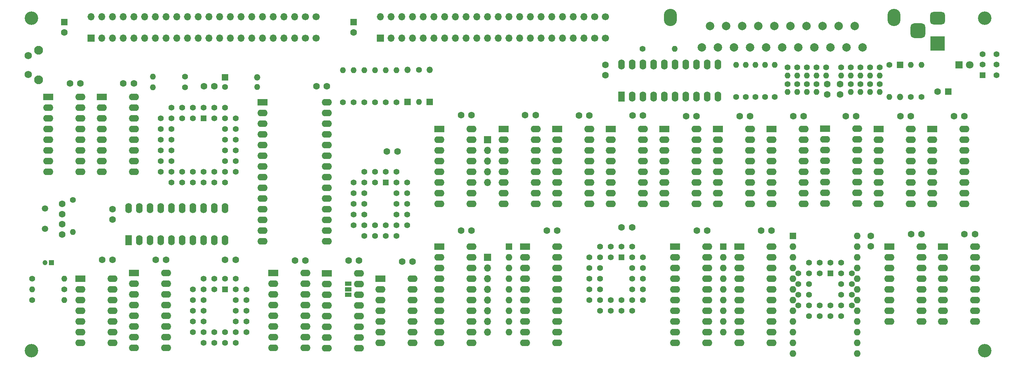
<source format=gbr>
%TF.GenerationSoftware,KiCad,Pcbnew,7.0.9*%
%TF.CreationDate,2023-12-14T15:38:49+00:00*%
%TF.ProjectId,v1a,7631612e-6b69-4636-9164-5f7063625858,rev?*%
%TF.SameCoordinates,Original*%
%TF.FileFunction,Soldermask,Bot*%
%TF.FilePolarity,Negative*%
%FSLAX46Y46*%
G04 Gerber Fmt 4.6, Leading zero omitted, Abs format (unit mm)*
G04 Created by KiCad (PCBNEW 7.0.9) date 2023-12-14 15:38:49*
%MOMM*%
%LPD*%
G01*
G04 APERTURE LIST*
G04 Aperture macros list*
%AMRoundRect*
0 Rectangle with rounded corners*
0 $1 Rounding radius*
0 $2 $3 $4 $5 $6 $7 $8 $9 X,Y pos of 4 corners*
0 Add a 4 corners polygon primitive as box body*
4,1,4,$2,$3,$4,$5,$6,$7,$8,$9,$2,$3,0*
0 Add four circle primitives for the rounded corners*
1,1,$1+$1,$2,$3*
1,1,$1+$1,$4,$5*
1,1,$1+$1,$6,$7*
1,1,$1+$1,$8,$9*
0 Add four rect primitives between the rounded corners*
20,1,$1+$1,$2,$3,$4,$5,0*
20,1,$1+$1,$4,$5,$6,$7,0*
20,1,$1+$1,$6,$7,$8,$9,0*
20,1,$1+$1,$8,$9,$2,$3,0*%
G04 Aperture macros list end*
%ADD10C,1.400000*%
%ADD11O,1.400000X1.400000*%
%ADD12R,2.400000X1.600000*%
%ADD13O,2.400000X1.600000*%
%ADD14C,3.200000*%
%ADD15C,1.600000*%
%ADD16R,1.422400X1.422400*%
%ADD17C,1.422400*%
%ADD18O,3.100000X4.100000*%
%ADD19C,1.998980*%
%ADD20R,1.400000X1.400000*%
%ADD21R,1.700000X1.700000*%
%ADD22O,1.700000X1.700000*%
%ADD23C,1.500000*%
%ADD24C,1.700000*%
%ADD25R,3.500000X3.500000*%
%ADD26RoundRect,0.750000X-1.000000X0.750000X-1.000000X-0.750000X1.000000X-0.750000X1.000000X0.750000X0*%
%ADD27RoundRect,0.875000X-0.875000X0.875000X-0.875000X-0.875000X0.875000X-0.875000X0.875000X0.875000X0*%
%ADD28R,1.600000X1.600000*%
%ADD29O,1.600000X1.600000*%
%ADD30R,1.500000X1.500000*%
%ADD31O,1.500000X1.500000*%
%ADD32R,1.800000X1.800000*%
%ADD33C,1.800000*%
%ADD34R,1.600000X2.400000*%
%ADD35O,1.600000X2.400000*%
%ADD36C,2.100000*%
%ADD37C,1.750000*%
%ADD38R,1.200000X1.200000*%
%ADD39C,1.200000*%
%ADD40R,1.500000X1.000000*%
G04 APERTURE END LIST*
D10*
%TO.C,R3*%
X65405000Y-87884000D03*
D11*
X57785000Y-87884000D03*
%TD*%
D10*
%TO.C,R26*%
X215138000Y-85725000D03*
D11*
X215138000Y-87625000D03*
%TD*%
D12*
%TO.C,U9*%
X181610000Y-128270000D03*
D13*
X181610000Y-130810000D03*
X181610000Y-133350000D03*
X181610000Y-135890000D03*
X181610000Y-138430000D03*
X181610000Y-140970000D03*
X181610000Y-143510000D03*
X181610000Y-146050000D03*
X181610000Y-148590000D03*
X181610000Y-151130000D03*
X189230000Y-151130000D03*
X189230000Y-148590000D03*
X189230000Y-146050000D03*
X189230000Y-143510000D03*
X189230000Y-140970000D03*
X189230000Y-138430000D03*
X189230000Y-135890000D03*
X189230000Y-133350000D03*
X189230000Y-130810000D03*
X189230000Y-128270000D03*
%TD*%
D10*
%TO.C,R8*%
X102870000Y-93980000D03*
D11*
X102870000Y-86360000D03*
%TD*%
D10*
%TO.C,R22*%
X215138000Y-89662000D03*
D11*
X215138000Y-91562000D03*
%TD*%
D14*
%TO.C,H2*%
X29000000Y-153000000D03*
%TD*%
D12*
%TO.C,U28*%
X83820000Y-93980000D03*
D13*
X83820000Y-96520000D03*
X83820000Y-99060000D03*
X83820000Y-101600000D03*
X83820000Y-104140000D03*
X83820000Y-106680000D03*
X83820000Y-109220000D03*
X83820000Y-111760000D03*
X83820000Y-114300000D03*
X83820000Y-116840000D03*
X83820000Y-119380000D03*
X83820000Y-121920000D03*
X83820000Y-124460000D03*
X83820000Y-127000000D03*
X99060000Y-127000000D03*
X99060000Y-124460000D03*
X99060000Y-121920000D03*
X99060000Y-119380000D03*
X99060000Y-116840000D03*
X99060000Y-114300000D03*
X99060000Y-111760000D03*
X99060000Y-109220000D03*
X99060000Y-106680000D03*
X99060000Y-104140000D03*
X99060000Y-101600000D03*
X99060000Y-99060000D03*
X99060000Y-96520000D03*
X99060000Y-93980000D03*
%TD*%
D15*
%TO.C,Cd5*%
X74950000Y-131445000D03*
X77450000Y-131445000D03*
%TD*%
D14*
%TO.C,H4*%
X255000000Y-153000000D03*
%TD*%
D10*
%TO.C,R28*%
X230124000Y-89662000D03*
D11*
X230124000Y-91562000D03*
%TD*%
D12*
%TO.C,U31*%
X146050000Y-128270000D03*
D13*
X146050000Y-130810000D03*
X146050000Y-133350000D03*
X146050000Y-135890000D03*
X146050000Y-138430000D03*
X146050000Y-140970000D03*
X146050000Y-143510000D03*
X146050000Y-146050000D03*
X146050000Y-148590000D03*
X146050000Y-151130000D03*
X153670000Y-151130000D03*
X153670000Y-148590000D03*
X153670000Y-146050000D03*
X153670000Y-143510000D03*
X153670000Y-140970000D03*
X153670000Y-138430000D03*
X153670000Y-135890000D03*
X153670000Y-133350000D03*
X153670000Y-130810000D03*
X153670000Y-128270000D03*
%TD*%
D10*
%TO.C,R15*%
X198374000Y-92710000D03*
D11*
X198374000Y-85090000D03*
%TD*%
D12*
%TO.C,U30*%
X125730000Y-100330000D03*
D13*
X125730000Y-102870000D03*
X125730000Y-105410000D03*
X125730000Y-107950000D03*
X125730000Y-110490000D03*
X125730000Y-113030000D03*
X125730000Y-115570000D03*
X125730000Y-118110000D03*
X133350000Y-118110000D03*
X133350000Y-115570000D03*
X133350000Y-113030000D03*
X133350000Y-110490000D03*
X133350000Y-107950000D03*
X133350000Y-105410000D03*
X133350000Y-102870000D03*
X133350000Y-100330000D03*
%TD*%
D10*
%TO.C,R39*%
X173863000Y-81280000D03*
D11*
X181483000Y-81280000D03*
%TD*%
D15*
%TO.C,C2*%
X36322000Y-118130000D03*
X36322000Y-120630000D03*
%TD*%
%TO.C,Cd31*%
X153670000Y-124454985D03*
X151170000Y-124454985D03*
%TD*%
%TO.C,C4*%
X217678000Y-92162000D03*
X217678000Y-89662000D03*
%TD*%
D10*
%TO.C,R16*%
X200660000Y-92710000D03*
D11*
X200660000Y-85090000D03*
%TD*%
D10*
%TO.C,R37*%
X120878600Y-86334600D03*
D11*
X120878600Y-93954600D03*
%TD*%
D16*
%TO.C,U5*%
X74930000Y-138430000D03*
D17*
X72390000Y-135890000D03*
X72390000Y-138430000D03*
X69850000Y-135890000D03*
X67310000Y-138430000D03*
X69850000Y-138430000D03*
X67310000Y-140970000D03*
X69850000Y-140970000D03*
X67310000Y-143510000D03*
X69850000Y-143510000D03*
X67310000Y-146050000D03*
X69850000Y-146050000D03*
X67310000Y-148590000D03*
X69850000Y-151130000D03*
X69850000Y-148590000D03*
X72390000Y-151130000D03*
X72390000Y-148590000D03*
X74930000Y-151130000D03*
X74930000Y-148590000D03*
X77470000Y-151130000D03*
X80010000Y-148590000D03*
X77470000Y-148590000D03*
X80010000Y-146050000D03*
X77470000Y-146050000D03*
X80010000Y-143510000D03*
X77470000Y-143510000D03*
X80010000Y-140970000D03*
X77470000Y-140970000D03*
X80010000Y-138430000D03*
X77470000Y-135890000D03*
X77470000Y-138430000D03*
X74930000Y-135890000D03*
%TD*%
D10*
%TO.C,R21*%
X212852000Y-89662000D03*
D11*
X212852000Y-91562000D03*
%TD*%
D15*
%TO.C,Cd28*%
X99060000Y-90170000D03*
X96560000Y-90170000D03*
%TD*%
%TO.C,Cd9*%
X189230000Y-124460000D03*
X186730000Y-124460000D03*
%TD*%
D10*
%TO.C,R7*%
X38862000Y-117184000D03*
D11*
X38862000Y-124804000D03*
%TD*%
D12*
%TO.C,U2*%
X40640000Y-135890000D03*
D13*
X40640000Y-138430000D03*
X40640000Y-140970000D03*
X40640000Y-143510000D03*
X40640000Y-146050000D03*
X40640000Y-148590000D03*
X40640000Y-151130000D03*
X48260000Y-151130000D03*
X48260000Y-148590000D03*
X48260000Y-146050000D03*
X48260000Y-143510000D03*
X48260000Y-140970000D03*
X48260000Y-138430000D03*
X48260000Y-135890000D03*
%TD*%
D18*
%TO.C,J4*%
X233509820Y-73860660D03*
X180510180Y-73860660D03*
D19*
X187960000Y-80939640D03*
X189865000Y-75859640D03*
X191770000Y-80939640D03*
X193675000Y-75859640D03*
X195580000Y-80939640D03*
X197485000Y-75859640D03*
X199390000Y-80939640D03*
X201295000Y-75859640D03*
X203200000Y-80939640D03*
X205105000Y-75859640D03*
X207010000Y-80939640D03*
X208915000Y-75859640D03*
X210820000Y-80939640D03*
X212725000Y-75859640D03*
X214630000Y-80939640D03*
X216535000Y-75859640D03*
X218440000Y-80939640D03*
X220345000Y-75859640D03*
X222250000Y-80939640D03*
X224155000Y-75859640D03*
X226060000Y-80939640D03*
%TD*%
D10*
%TO.C,R33*%
X227838000Y-85730000D03*
D11*
X227838000Y-87630000D03*
%TD*%
D10*
%TO.C,R32*%
X230124000Y-85751000D03*
D11*
X230124000Y-87651000D03*
%TD*%
D10*
%TO.C,R1*%
X65405000Y-90424000D03*
D11*
X57785000Y-90424000D03*
%TD*%
D10*
%TO.C,R14*%
X196088000Y-92710000D03*
D11*
X196088000Y-85090000D03*
%TD*%
D12*
%TO.C,U16*%
X232410000Y-128270000D03*
D13*
X232410000Y-130810000D03*
X232410000Y-133350000D03*
X232410000Y-135890000D03*
X232410000Y-138430000D03*
X232410000Y-140970000D03*
X232410000Y-143510000D03*
X232410000Y-146050000D03*
X240030000Y-146050000D03*
X240030000Y-143510000D03*
X240030000Y-140970000D03*
X240030000Y-138430000D03*
X240030000Y-135890000D03*
X240030000Y-133350000D03*
X240030000Y-130810000D03*
X240030000Y-128270000D03*
%TD*%
D10*
%TO.C,R41*%
X240030000Y-92710000D03*
D11*
X240030000Y-85090000D03*
%TD*%
D15*
%TO.C,Cd11*%
X53320000Y-89535000D03*
X50820000Y-89535000D03*
%TD*%
D10*
%TO.C,R25*%
X212852000Y-85730000D03*
D11*
X212852000Y-87630000D03*
%TD*%
D20*
%TO.C,SW2*%
X254510000Y-87548300D03*
D10*
X254510000Y-85048300D03*
X254510000Y-82548300D03*
X257810000Y-87548300D03*
X257810000Y-85048300D03*
X257810000Y-82548300D03*
%TD*%
D21*
%TO.C,J2*%
X137160000Y-130810000D03*
D22*
X137160000Y-133350000D03*
X137160000Y-135890000D03*
X137160000Y-138430000D03*
X137160000Y-140970000D03*
X137160000Y-143510000D03*
X137160000Y-146050000D03*
X137160000Y-148590000D03*
%TD*%
D16*
%TO.C,U8*%
X168910000Y-130810000D03*
D17*
X166370000Y-128270000D03*
X166370000Y-130810000D03*
X163830000Y-128270000D03*
X161290000Y-130810000D03*
X163830000Y-130810000D03*
X161290000Y-133350000D03*
X163830000Y-133350000D03*
X161290000Y-135890000D03*
X163830000Y-135890000D03*
X161290000Y-138430000D03*
X163830000Y-138430000D03*
X161290000Y-140970000D03*
X163830000Y-143510000D03*
X163830000Y-140970000D03*
X166370000Y-143510000D03*
X166370000Y-140970000D03*
X168910000Y-143510000D03*
X168910000Y-140970000D03*
X171450000Y-143510000D03*
X173990000Y-140970000D03*
X171450000Y-140970000D03*
X173990000Y-138430000D03*
X171450000Y-138430000D03*
X173990000Y-135890000D03*
X171450000Y-135890000D03*
X173990000Y-133350000D03*
X171450000Y-133350000D03*
X173990000Y-130810000D03*
X171450000Y-128270000D03*
X171450000Y-130810000D03*
X168910000Y-128270000D03*
%TD*%
D10*
%TO.C,R12*%
X113030000Y-93980000D03*
D11*
X113030000Y-86360000D03*
%TD*%
D15*
%TO.C,Cd8*%
X168910000Y-123698000D03*
X171410000Y-123698000D03*
%TD*%
D23*
%TO.C,Y1*%
X32258000Y-119216000D03*
X32258000Y-124096000D03*
%TD*%
D21*
%TO.C,J6*%
X111760000Y-78740000D03*
D22*
X111760000Y-73660000D03*
X114300000Y-78740000D03*
X114300000Y-73660000D03*
X116840000Y-78740000D03*
X116840000Y-73660000D03*
X119380000Y-78740000D03*
X119380000Y-73660000D03*
X121920000Y-78740000D03*
X121920000Y-73660000D03*
X124460000Y-78740000D03*
X124460000Y-73660000D03*
X127000000Y-78740000D03*
X127000000Y-73660000D03*
X129540000Y-78740000D03*
X129540000Y-73660000D03*
X132080000Y-78740000D03*
X132080000Y-73660000D03*
X134620000Y-78740000D03*
X134620000Y-73660000D03*
X137160000Y-78740000D03*
X137160000Y-73660000D03*
X139700000Y-78740000D03*
X139700000Y-73660000D03*
X142240000Y-78740000D03*
X142240000Y-73660000D03*
X144780000Y-78740000D03*
X144780000Y-73660000D03*
X147320000Y-78740000D03*
X147320000Y-73660000D03*
X149860000Y-78740000D03*
X149860000Y-73660000D03*
X152400000Y-78740000D03*
X152400000Y-73660000D03*
X154940000Y-78740000D03*
X154940000Y-73660000D03*
X157480000Y-78740000D03*
X157480000Y-73660000D03*
X160020000Y-78740000D03*
X160020000Y-73660000D03*
D24*
X162560000Y-78740000D03*
X162560000Y-73660000D03*
X165100000Y-78740000D03*
X165100000Y-73660000D03*
%TD*%
D14*
%TO.C,H3*%
X255000000Y-74000000D03*
%TD*%
D25*
%TO.C,J3*%
X243840000Y-80010000D03*
D26*
X243840000Y-74010000D03*
D27*
X239140000Y-77010000D03*
%TD*%
D16*
%TO.C,U29*%
X113030000Y-113030000D03*
D17*
X110490000Y-110490000D03*
X110490000Y-113030000D03*
X107950000Y-110490000D03*
X105410000Y-113030000D03*
X107950000Y-113030000D03*
X105410000Y-115570000D03*
X107950000Y-115570000D03*
X105410000Y-118110000D03*
X107950000Y-118110000D03*
X105410000Y-120650000D03*
X107950000Y-120650000D03*
X105410000Y-123190000D03*
X107950000Y-125730000D03*
X107950000Y-123190000D03*
X110490000Y-125730000D03*
X110490000Y-123190000D03*
X113030000Y-125730000D03*
X113030000Y-123190000D03*
X115570000Y-125730000D03*
X118110000Y-123190000D03*
X115570000Y-123190000D03*
X118110000Y-120650000D03*
X115570000Y-120650000D03*
X118110000Y-118110000D03*
X115570000Y-118110000D03*
X118110000Y-115570000D03*
X115570000Y-115570000D03*
X118110000Y-113030000D03*
X115570000Y-110490000D03*
X115570000Y-113030000D03*
X113030000Y-110490000D03*
%TD*%
D12*
%TO.C,U32*%
X125730000Y-128270000D03*
D13*
X125730000Y-130810000D03*
X125730000Y-133350000D03*
X125730000Y-135890000D03*
X125730000Y-138430000D03*
X125730000Y-140970000D03*
X125730000Y-143510000D03*
X125730000Y-146050000D03*
X125730000Y-148590000D03*
X125730000Y-151130000D03*
X133350000Y-151130000D03*
X133350000Y-148590000D03*
X133350000Y-146050000D03*
X133350000Y-143510000D03*
X133350000Y-140970000D03*
X133350000Y-138430000D03*
X133350000Y-135890000D03*
X133350000Y-133350000D03*
X133350000Y-130810000D03*
X133350000Y-128270000D03*
%TD*%
D15*
%TO.C,Cd14*%
X173990000Y-97155000D03*
X171490000Y-97155000D03*
%TD*%
%TO.C,C3*%
X36322000Y-125436000D03*
X36322000Y-122936000D03*
%TD*%
D28*
%TO.C,RN2*%
X142240000Y-128270000D03*
D29*
X142240000Y-130810000D03*
X142240000Y-133350000D03*
X142240000Y-135890000D03*
X142240000Y-138430000D03*
X142240000Y-140970000D03*
X142240000Y-143510000D03*
X142240000Y-146050000D03*
X142240000Y-148590000D03*
%TD*%
D30*
%TO.C,D1*%
X74920000Y-88070000D03*
D31*
X82540000Y-88070000D03*
%TD*%
D15*
%TO.C,Cd22*%
X212090000Y-97282000D03*
X209590000Y-97282000D03*
%TD*%
D12*
%TO.C,U19*%
X179070000Y-100330000D03*
D13*
X179070000Y-102870000D03*
X179070000Y-105410000D03*
X179070000Y-107950000D03*
X179070000Y-110490000D03*
X179070000Y-113030000D03*
X179070000Y-115570000D03*
X179070000Y-118110000D03*
X186690000Y-118110000D03*
X186690000Y-115570000D03*
X186690000Y-113030000D03*
X186690000Y-110490000D03*
X186690000Y-107950000D03*
X186690000Y-105410000D03*
X186690000Y-102870000D03*
X186690000Y-100330000D03*
%TD*%
D15*
%TO.C,Cd15*%
X165100000Y-85090000D03*
X165100000Y-87590000D03*
%TD*%
D12*
%TO.C,U11*%
X33020000Y-92710000D03*
D13*
X33020000Y-95250000D03*
X33020000Y-97790000D03*
X33020000Y-100330000D03*
X33020000Y-102870000D03*
X33020000Y-105410000D03*
X33020000Y-107950000D03*
X33020000Y-110490000D03*
X40640000Y-110490000D03*
X40640000Y-107950000D03*
X40640000Y-105410000D03*
X40640000Y-102870000D03*
X40640000Y-100330000D03*
X40640000Y-97790000D03*
X40640000Y-95250000D03*
X40640000Y-92710000D03*
%TD*%
D32*
%TO.C,D3*%
X248920000Y-85090000D03*
D33*
X251460000Y-85090000D03*
%TD*%
D10*
%TO.C,R6*%
X29210000Y-135890000D03*
D11*
X36830000Y-135890000D03*
%TD*%
D28*
%TO.C,C6*%
X246340000Y-91440000D03*
D15*
X243840000Y-91440000D03*
%TD*%
D34*
%TO.C,U6*%
X52075000Y-126741015D03*
D35*
X54615000Y-126741015D03*
X57155000Y-126741015D03*
X59695000Y-126741015D03*
X62235000Y-126741015D03*
X64775000Y-126741015D03*
X67315000Y-126741015D03*
X69855000Y-126741015D03*
X72395000Y-126741015D03*
X74935000Y-126741015D03*
X74935000Y-119121015D03*
X72395000Y-119121015D03*
X69855000Y-119121015D03*
X67315000Y-119121015D03*
X64775000Y-119121015D03*
X62235000Y-119121015D03*
X59695000Y-119121015D03*
X57155000Y-119121015D03*
X54615000Y-119121015D03*
X52075000Y-119121015D03*
%TD*%
D28*
%TO.C,C8*%
X105410000Y-74930000D03*
D15*
X105410000Y-77430000D03*
%TD*%
D12*
%TO.C,U17*%
X245110000Y-128270000D03*
D13*
X245110000Y-130810000D03*
X245110000Y-133350000D03*
X245110000Y-135890000D03*
X245110000Y-138430000D03*
X245110000Y-140970000D03*
X245110000Y-143510000D03*
X245110000Y-146050000D03*
X252730000Y-146050000D03*
X252730000Y-143510000D03*
X252730000Y-140970000D03*
X252730000Y-138430000D03*
X252730000Y-135890000D03*
X252730000Y-133350000D03*
X252730000Y-130810000D03*
X252730000Y-128270000D03*
%TD*%
D12*
%TO.C,U7*%
X99070000Y-134620000D03*
D13*
X99070000Y-137160000D03*
X99070000Y-139700000D03*
X99070000Y-142240000D03*
X99070000Y-144780000D03*
X99070000Y-147320000D03*
X99070000Y-149860000D03*
X99070000Y-152400000D03*
X106690000Y-152400000D03*
X106690000Y-149860000D03*
X106690000Y-147320000D03*
X106690000Y-144780000D03*
X106690000Y-142240000D03*
X106690000Y-139700000D03*
X106690000Y-137160000D03*
X106690000Y-134620000D03*
%TD*%
D15*
%TO.C,Cd4*%
X93980000Y-131572000D03*
X91480000Y-131572000D03*
%TD*%
D10*
%TO.C,R29*%
X227838000Y-89662600D03*
D11*
X227838000Y-91562600D03*
%TD*%
D15*
%TO.C,Cd2*%
X48260000Y-131445000D03*
X45760000Y-131445000D03*
%TD*%
D10*
%TO.C,R9*%
X105410000Y-93980000D03*
D11*
X105410000Y-86360000D03*
%TD*%
D30*
%TO.C,D2*%
X234950000Y-85090000D03*
D31*
X234950000Y-92710000D03*
%TD*%
D15*
%TO.C,Cd32*%
X133350000Y-124454985D03*
X130850000Y-124454985D03*
%TD*%
%TO.C,Cd17*%
X252700000Y-125349000D03*
X250200000Y-125349000D03*
%TD*%
D10*
%TO.C,R2*%
X74920000Y-90356000D03*
D11*
X82540000Y-90356000D03*
%TD*%
D28*
%TO.C,U20*%
X209540000Y-125730000D03*
D29*
X209540000Y-128270000D03*
X209540000Y-130810000D03*
X209540000Y-133350000D03*
X209540000Y-135890000D03*
X209540000Y-138430000D03*
X209540000Y-140970000D03*
X209540000Y-143510000D03*
X209540000Y-146050000D03*
X209540000Y-148590000D03*
X209540000Y-151130000D03*
X209540000Y-153670000D03*
X224780000Y-153670000D03*
X224780000Y-151130000D03*
X224780000Y-148590000D03*
X224780000Y-146050000D03*
X224780000Y-143510000D03*
X224780000Y-140970000D03*
X224780000Y-138430000D03*
X224780000Y-135890000D03*
X224780000Y-133350000D03*
X224780000Y-130810000D03*
X224780000Y-128270000D03*
X224780000Y-125730000D03*
%TD*%
D15*
%TO.C,Cd19*%
X186690000Y-97282000D03*
X184190000Y-97282000D03*
%TD*%
D12*
%TO.C,U4*%
X86370000Y-134610000D03*
D13*
X86370000Y-137150000D03*
X86370000Y-139690000D03*
X86370000Y-142230000D03*
X86370000Y-144770000D03*
X86370000Y-147310000D03*
X86370000Y-149850000D03*
X86370000Y-152390000D03*
X93990000Y-152390000D03*
X93990000Y-149850000D03*
X93990000Y-147310000D03*
X93990000Y-144770000D03*
X93990000Y-142230000D03*
X93990000Y-139690000D03*
X93990000Y-137150000D03*
X93990000Y-134610000D03*
%TD*%
D21*
%TO.C,J1*%
X137160000Y-102870000D03*
D22*
X137160000Y-105410000D03*
X137160000Y-107950000D03*
X137160000Y-110490000D03*
X137160000Y-113030000D03*
%TD*%
D15*
%TO.C,Cd27*%
X148550000Y-97028000D03*
X146050000Y-97028000D03*
%TD*%
%TO.C,Cd26*%
X119380000Y-131826000D03*
X116880000Y-131826000D03*
%TD*%
D12*
%TO.C,U12*%
X196850000Y-128270000D03*
D13*
X196850000Y-130810000D03*
X196850000Y-133350000D03*
X196850000Y-135890000D03*
X196850000Y-138430000D03*
X196850000Y-140970000D03*
X196850000Y-143510000D03*
X196850000Y-146050000D03*
X196850000Y-148590000D03*
X196850000Y-151130000D03*
X204470000Y-151130000D03*
X204470000Y-148590000D03*
X204470000Y-146050000D03*
X204470000Y-143510000D03*
X204470000Y-140970000D03*
X204470000Y-138430000D03*
X204470000Y-135890000D03*
X204470000Y-133350000D03*
X204470000Y-130810000D03*
X204470000Y-128270000D03*
%TD*%
D12*
%TO.C,U27*%
X140970000Y-100330000D03*
D13*
X140970000Y-102870000D03*
X140970000Y-105410000D03*
X140970000Y-107950000D03*
X140970000Y-110490000D03*
X140970000Y-113030000D03*
X140970000Y-115570000D03*
X140970000Y-118110000D03*
X148590000Y-118110000D03*
X148590000Y-115570000D03*
X148590000Y-113030000D03*
X148590000Y-110490000D03*
X148590000Y-107950000D03*
X148590000Y-105410000D03*
X148590000Y-102870000D03*
X148590000Y-100330000D03*
%TD*%
D28*
%TO.C,C7*%
X36830000Y-74930000D03*
D15*
X36830000Y-77430000D03*
%TD*%
D10*
%TO.C,R19*%
X208280000Y-89662000D03*
D11*
X208280000Y-91562000D03*
%TD*%
D15*
%TO.C,Cd25*%
X250190000Y-97282000D03*
X247690000Y-97282000D03*
%TD*%
%TO.C,C5*%
X220726000Y-92162000D03*
X220726000Y-89662000D03*
%TD*%
D10*
%TO.C,R38*%
X237490000Y-92710000D03*
D11*
X237490000Y-85090000D03*
%TD*%
D15*
%TO.C,Cd16*%
X240040000Y-125349000D03*
X237540000Y-125349000D03*
%TD*%
D10*
%TO.C,R27*%
X217424000Y-85730000D03*
D11*
X217424000Y-87630000D03*
%TD*%
D36*
%TO.C,SW1*%
X30716100Y-88665800D03*
X30716100Y-81655800D03*
D37*
X28226100Y-87415800D03*
X28226100Y-82915800D03*
%TD*%
D15*
%TO.C,Cd30*%
X133350000Y-97028000D03*
X130850000Y-97028000D03*
%TD*%
D12*
%TO.C,U26*%
X111760000Y-135890000D03*
D13*
X111760000Y-138430000D03*
X111760000Y-140970000D03*
X111760000Y-143510000D03*
X111760000Y-146050000D03*
X111760000Y-148590000D03*
X111760000Y-151130000D03*
X119380000Y-151130000D03*
X119380000Y-148590000D03*
X119380000Y-146050000D03*
X119380000Y-143510000D03*
X119380000Y-140970000D03*
X119380000Y-138430000D03*
X119380000Y-135890000D03*
%TD*%
D30*
%TO.C,D4*%
X118211600Y-93954600D03*
D31*
X118211600Y-86334600D03*
%TD*%
D10*
%TO.C,R11*%
X110490000Y-93980000D03*
D11*
X110490000Y-86360000D03*
%TD*%
D15*
%TO.C,Cd18*%
X199390000Y-97282000D03*
X196890000Y-97282000D03*
%TD*%
D12*
%TO.C,U3*%
X53350000Y-134610000D03*
D13*
X53350000Y-137150000D03*
X53350000Y-139690000D03*
X53350000Y-142230000D03*
X53350000Y-144770000D03*
X53350000Y-147310000D03*
X53350000Y-149850000D03*
X53350000Y-152390000D03*
X60970000Y-152390000D03*
X60970000Y-149850000D03*
X60970000Y-147310000D03*
X60970000Y-144770000D03*
X60970000Y-142230000D03*
X60970000Y-139690000D03*
X60970000Y-137150000D03*
X60970000Y-134610000D03*
%TD*%
D12*
%TO.C,U14*%
X166370000Y-100330000D03*
D13*
X166370000Y-102870000D03*
X166370000Y-105410000D03*
X166370000Y-107950000D03*
X166370000Y-110490000D03*
X166370000Y-113030000D03*
X166370000Y-115570000D03*
X166370000Y-118110000D03*
X173990000Y-118110000D03*
X173990000Y-115570000D03*
X173990000Y-113030000D03*
X173990000Y-110490000D03*
X173990000Y-107950000D03*
X173990000Y-105410000D03*
X173990000Y-102870000D03*
X173990000Y-100330000D03*
%TD*%
D14*
%TO.C,H1*%
X29000000Y-74000000D03*
%TD*%
D38*
%TO.C,C1*%
X33742600Y-132080000D03*
D39*
X32242600Y-132080000D03*
%TD*%
D15*
%TO.C,Cd12*%
X204470000Y-124460000D03*
X201970000Y-124460000D03*
%TD*%
D30*
%TO.C,D5*%
X123444000Y-93954600D03*
D31*
X123444000Y-86334600D03*
%TD*%
D15*
%TO.C,Cd7*%
X106680000Y-131572000D03*
X104180000Y-131572000D03*
%TD*%
%TO.C,Cd24*%
X237490000Y-97282000D03*
X234990000Y-97282000D03*
%TD*%
%TO.C,Cd13*%
X161290000Y-97155000D03*
X158790000Y-97155000D03*
%TD*%
%TO.C,Cd6*%
X48260000Y-119380000D03*
X48260000Y-121880000D03*
%TD*%
D10*
%TO.C,R20*%
X210566000Y-89662000D03*
D11*
X210566000Y-91562000D03*
%TD*%
D10*
%TO.C,R18*%
X205232000Y-92710000D03*
D11*
X205232000Y-85090000D03*
%TD*%
D15*
%TO.C,Cd3*%
X60960000Y-131445000D03*
X58460000Y-131445000D03*
%TD*%
D12*
%TO.C,U13*%
X153670000Y-100330000D03*
D13*
X153670000Y-102870000D03*
X153670000Y-105410000D03*
X153670000Y-107950000D03*
X153670000Y-110490000D03*
X153670000Y-113030000D03*
X153670000Y-115570000D03*
X153670000Y-118110000D03*
X161290000Y-118110000D03*
X161290000Y-115570000D03*
X161290000Y-113030000D03*
X161290000Y-110490000D03*
X161290000Y-107950000D03*
X161290000Y-105410000D03*
X161290000Y-102870000D03*
X161290000Y-100330000D03*
%TD*%
D12*
%TO.C,U23*%
X217170000Y-100320000D03*
D13*
X217170000Y-102860000D03*
X217170000Y-105400000D03*
X217170000Y-107940000D03*
X217170000Y-110480000D03*
X217170000Y-113020000D03*
X217170000Y-115560000D03*
X217170000Y-118100000D03*
X224790000Y-118100000D03*
X224790000Y-115560000D03*
X224790000Y-113020000D03*
X224790000Y-110480000D03*
X224790000Y-107940000D03*
X224790000Y-105400000D03*
X224790000Y-102860000D03*
X224790000Y-100320000D03*
%TD*%
D15*
%TO.C,Cd23*%
X224536000Y-97282000D03*
X222036000Y-97282000D03*
%TD*%
%TO.C,Cd1*%
X72390000Y-90170000D03*
X69890000Y-90170000D03*
%TD*%
D10*
%TO.C,R34*%
X225552000Y-85730000D03*
D11*
X225552000Y-87630000D03*
%TD*%
D15*
%TO.C,Cd29*%
X113284000Y-105664000D03*
X115784000Y-105664000D03*
%TD*%
D16*
%TO.C,U21*%
X218440000Y-134620000D03*
D17*
X215900000Y-132080000D03*
X215900000Y-134620000D03*
X213360000Y-132080000D03*
X210820000Y-134620000D03*
X213360000Y-134620000D03*
X210820000Y-137160000D03*
X213360000Y-137160000D03*
X210820000Y-139700000D03*
X213360000Y-139700000D03*
X210820000Y-142240000D03*
X213360000Y-144780000D03*
X213360000Y-142240000D03*
X215900000Y-144780000D03*
X215900000Y-142240000D03*
X218440000Y-144780000D03*
X218440000Y-142240000D03*
X220980000Y-144780000D03*
X223520000Y-142240000D03*
X220980000Y-142240000D03*
X223520000Y-139700000D03*
X220980000Y-139700000D03*
X223520000Y-137160000D03*
X220980000Y-137160000D03*
X223520000Y-134620000D03*
X220980000Y-132080000D03*
X220980000Y-134620000D03*
X218440000Y-132080000D03*
%TD*%
D12*
%TO.C,U18*%
X191780000Y-100340000D03*
D13*
X191780000Y-102880000D03*
X191780000Y-105420000D03*
X191780000Y-107960000D03*
X191780000Y-110500000D03*
X191780000Y-113040000D03*
X191780000Y-115580000D03*
X191780000Y-118120000D03*
X199400000Y-118120000D03*
X199400000Y-115580000D03*
X199400000Y-113040000D03*
X199400000Y-110500000D03*
X199400000Y-107960000D03*
X199400000Y-105420000D03*
X199400000Y-102880000D03*
X199400000Y-100340000D03*
%TD*%
D12*
%TO.C,U25*%
X242570000Y-100330000D03*
D13*
X242570000Y-102870000D03*
X242570000Y-105410000D03*
X242570000Y-107950000D03*
X242570000Y-110490000D03*
X242570000Y-113030000D03*
X242570000Y-115570000D03*
X242570000Y-118110000D03*
X250190000Y-118110000D03*
X250190000Y-115570000D03*
X250190000Y-113030000D03*
X250190000Y-110490000D03*
X250190000Y-107950000D03*
X250190000Y-105410000D03*
X250190000Y-102870000D03*
X250190000Y-100330000D03*
%TD*%
D10*
%TO.C,R24*%
X210566000Y-85730000D03*
D11*
X210566000Y-87630000D03*
%TD*%
D10*
%TO.C,R30*%
X225552000Y-89662600D03*
D11*
X225552000Y-91562600D03*
%TD*%
D10*
%TO.C,R40*%
X232410000Y-85090000D03*
D11*
X232410000Y-92710000D03*
%TD*%
D21*
%TO.C,J5*%
X43180000Y-78740000D03*
D22*
X43180000Y-73660000D03*
X45720000Y-78740000D03*
X45720000Y-73660000D03*
X48260000Y-78740000D03*
X48260000Y-73660000D03*
X50800000Y-78740000D03*
X50800000Y-73660000D03*
X53340000Y-78740000D03*
X53340000Y-73660000D03*
X55880000Y-78740000D03*
X55880000Y-73660000D03*
X58420000Y-78740000D03*
X58420000Y-73660000D03*
X60960000Y-78740000D03*
X60960000Y-73660000D03*
X63500000Y-78740000D03*
X63500000Y-73660000D03*
X66040000Y-78740000D03*
X66040000Y-73660000D03*
X68580000Y-78740000D03*
X68580000Y-73660000D03*
X71120000Y-78740000D03*
X71120000Y-73660000D03*
X73660000Y-78740000D03*
X73660000Y-73660000D03*
X76200000Y-78740000D03*
X76200000Y-73660000D03*
X78740000Y-78740000D03*
X78740000Y-73660000D03*
X81280000Y-78740000D03*
X81280000Y-73660000D03*
X83820000Y-78740000D03*
X83820000Y-73660000D03*
X86360000Y-78740000D03*
X86360000Y-73660000D03*
X88900000Y-78740000D03*
X88900000Y-73660000D03*
X91440000Y-78740000D03*
X91440000Y-73660000D03*
D24*
X93980000Y-78740000D03*
X93980000Y-73660000D03*
X96520000Y-78740000D03*
X96520000Y-73660000D03*
%TD*%
D10*
%TO.C,R10*%
X107950000Y-93980000D03*
D11*
X107950000Y-86360000D03*
%TD*%
D10*
%TO.C,R31*%
X223266000Y-89662600D03*
D11*
X223266000Y-91562600D03*
%TD*%
D10*
%TO.C,R17*%
X202946000Y-92710000D03*
D11*
X202946000Y-85090000D03*
%TD*%
D10*
%TO.C,R35*%
X223266000Y-85730000D03*
D11*
X223266000Y-87630000D03*
%TD*%
D12*
%TO.C,U22*%
X204470000Y-100330000D03*
D13*
X204470000Y-102870000D03*
X204470000Y-105410000D03*
X204470000Y-107950000D03*
X204470000Y-110490000D03*
X204470000Y-113030000D03*
X204470000Y-115570000D03*
X204470000Y-118110000D03*
X212090000Y-118110000D03*
X212090000Y-115570000D03*
X212090000Y-113030000D03*
X212090000Y-110490000D03*
X212090000Y-107950000D03*
X212090000Y-105410000D03*
X212090000Y-102870000D03*
X212090000Y-100330000D03*
%TD*%
D28*
%TO.C,RN1*%
X193040000Y-128270000D03*
D29*
X193040000Y-130810000D03*
X193040000Y-133350000D03*
X193040000Y-135890000D03*
X193040000Y-138430000D03*
X193040000Y-140970000D03*
X193040000Y-143510000D03*
X193040000Y-146050000D03*
X193040000Y-148590000D03*
%TD*%
D12*
%TO.C,U10*%
X45720000Y-92710000D03*
D13*
X45720000Y-95250000D03*
X45720000Y-97790000D03*
X45720000Y-100330000D03*
X45720000Y-102870000D03*
X45720000Y-105410000D03*
X45720000Y-107950000D03*
X45720000Y-110490000D03*
X53340000Y-110490000D03*
X53340000Y-107950000D03*
X53340000Y-105410000D03*
X53340000Y-102870000D03*
X53340000Y-100330000D03*
X53340000Y-97790000D03*
X53340000Y-95250000D03*
X53340000Y-92710000D03*
%TD*%
D10*
%TO.C,R36*%
X220980000Y-85730000D03*
D11*
X220980000Y-87630000D03*
%TD*%
D15*
%TO.C,Cd20*%
X227965000Y-125730000D03*
X227965000Y-128230000D03*
%TD*%
D10*
%TO.C,R5*%
X36830000Y-138430000D03*
D11*
X29210000Y-138430000D03*
%TD*%
D10*
%TO.C,R4*%
X29210000Y-140970000D03*
D11*
X36830000Y-140970000D03*
%TD*%
D10*
%TO.C,R23*%
X208280000Y-85730000D03*
D11*
X208280000Y-87630000D03*
%TD*%
D16*
%TO.C,U1*%
X69850000Y-97790000D03*
D17*
X67310000Y-95250000D03*
X67310000Y-97790000D03*
X64770000Y-95250000D03*
X64770000Y-97790000D03*
X62230000Y-95250000D03*
X59690000Y-97790000D03*
X62230000Y-97790000D03*
X59690000Y-100330000D03*
X62230000Y-100330000D03*
X59690000Y-102870000D03*
X62230000Y-102870000D03*
X59690000Y-105410000D03*
X62230000Y-105410000D03*
X59690000Y-107950000D03*
X62230000Y-107950000D03*
X59690000Y-110490000D03*
X62230000Y-113030000D03*
X62230000Y-110490000D03*
X64770000Y-113030000D03*
X64770000Y-110490000D03*
X67310000Y-113030000D03*
X67310000Y-110490000D03*
X69850000Y-113030000D03*
X69850000Y-110490000D03*
X72390000Y-113030000D03*
X72390000Y-110490000D03*
X74930000Y-113030000D03*
X77470000Y-110490000D03*
X74930000Y-110490000D03*
X77470000Y-107950000D03*
X74930000Y-107950000D03*
X77470000Y-105410000D03*
X74930000Y-105410000D03*
X77470000Y-102870000D03*
X74930000Y-102870000D03*
X77470000Y-100330000D03*
X74930000Y-100330000D03*
X77470000Y-97790000D03*
X74930000Y-95250000D03*
X74930000Y-97790000D03*
X72390000Y-95250000D03*
X72390000Y-97790000D03*
X69850000Y-95250000D03*
%TD*%
D12*
%TO.C,U24*%
X229880000Y-100330000D03*
D13*
X229880000Y-102870000D03*
X229880000Y-105410000D03*
X229880000Y-107950000D03*
X229880000Y-110490000D03*
X229880000Y-113030000D03*
X229880000Y-115570000D03*
X229880000Y-118110000D03*
X237500000Y-118110000D03*
X237500000Y-115570000D03*
X237500000Y-113030000D03*
X237500000Y-110490000D03*
X237500000Y-107950000D03*
X237500000Y-105410000D03*
X237500000Y-102870000D03*
X237500000Y-100330000D03*
%TD*%
D10*
%TO.C,R13*%
X115570000Y-93980000D03*
D11*
X115570000Y-86360000D03*
%TD*%
D34*
%TO.C,U15*%
X168915000Y-92700000D03*
D35*
X171455000Y-92700000D03*
X173995000Y-92700000D03*
X176535000Y-92700000D03*
X179075000Y-92700000D03*
X181615000Y-92700000D03*
X184155000Y-92700000D03*
X186695000Y-92700000D03*
X189235000Y-92700000D03*
X191775000Y-92700000D03*
X191775000Y-85080000D03*
X189235000Y-85080000D03*
X186695000Y-85080000D03*
X184155000Y-85080000D03*
X181615000Y-85080000D03*
X179075000Y-85080000D03*
X176535000Y-85080000D03*
X173995000Y-85080000D03*
X171455000Y-85080000D03*
X168915000Y-85080000D03*
%TD*%
D15*
%TO.C,Cd10*%
X40640000Y-89535000D03*
X38140000Y-89535000D03*
%TD*%
D40*
%TO.C,JP1*%
X104140000Y-139730000D03*
X104140000Y-138430000D03*
X104140000Y-137130000D03*
%TD*%
M02*

</source>
